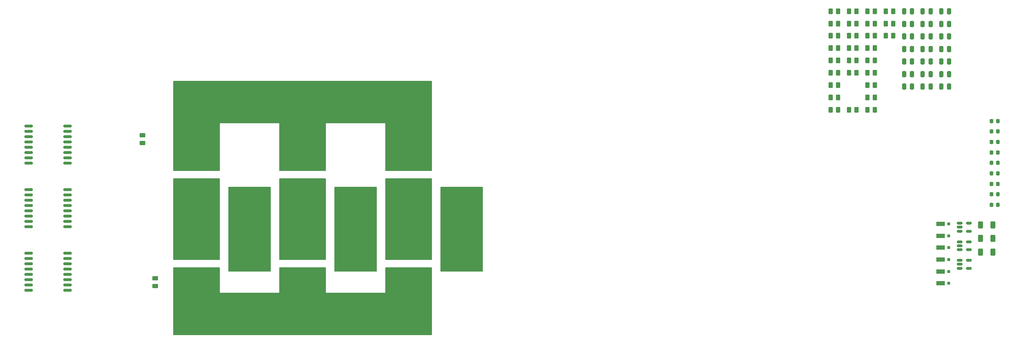
<source format=gbr>
%TF.GenerationSoftware,KiCad,Pcbnew,(7.0.0-0)*%
%TF.CreationDate,2023-06-28T09:11:26-07:00*%
%TF.ProjectId,Power Stage,506f7765-7220-4537-9461-67652e6b6963,rev?*%
%TF.SameCoordinates,Original*%
%TF.FileFunction,Copper,L1,Top*%
%TF.FilePolarity,Positive*%
%FSLAX46Y46*%
G04 Gerber Fmt 4.6, Leading zero omitted, Abs format (unit mm)*
G04 Created by KiCad (PCBNEW (7.0.0-0)) date 2023-06-28 09:11:26*
%MOMM*%
%LPD*%
G01*
G04 APERTURE LIST*
G04 Aperture macros list*
%AMRoundRect*
0 Rectangle with rounded corners*
0 $1 Rounding radius*
0 $2 $3 $4 $5 $6 $7 $8 $9 X,Y pos of 4 corners*
0 Add a 4 corners polygon primitive as box body*
4,1,4,$2,$3,$4,$5,$6,$7,$8,$9,$2,$3,0*
0 Add four circle primitives for the rounded corners*
1,1,$1+$1,$2,$3*
1,1,$1+$1,$4,$5*
1,1,$1+$1,$6,$7*
1,1,$1+$1,$8,$9*
0 Add four rect primitives between the rounded corners*
20,1,$1+$1,$2,$3,$4,$5,0*
20,1,$1+$1,$4,$5,$6,$7,0*
20,1,$1+$1,$6,$7,$8,$9,0*
20,1,$1+$1,$8,$9,$2,$3,0*%
%AMFreePoly0*
4,1,13,2.850000,-5.050000,1.450000,-5.050000,1.450000,-4.350000,-1.450000,-4.350000,-1.450000,-4.850000,-5.150000,-4.850000,-5.150000,4.850000,-1.450000,4.850000,-1.450000,4.350000,1.450000,4.350000,1.450000,5.050000,2.850000,5.050000,2.850000,-5.050000,2.850000,-5.050000,$1*%
G04 Aperture macros list end*
%TA.AperFunction,ComponentPad*%
%ADD10C,0.600000*%
%TD*%
%TA.AperFunction,SMDPad,CuDef*%
%ADD11FreePoly0,90.000000*%
%TD*%
%TA.AperFunction,SMDPad,CuDef*%
%ADD12RoundRect,0.150000X-0.512500X-0.150000X0.512500X-0.150000X0.512500X0.150000X-0.512500X0.150000X0*%
%TD*%
%TA.AperFunction,SMDPad,CuDef*%
%ADD13RoundRect,0.150000X-0.875000X-0.150000X0.875000X-0.150000X0.875000X0.150000X-0.875000X0.150000X0*%
%TD*%
%TA.AperFunction,SMDPad,CuDef*%
%ADD14RoundRect,0.250000X-0.262500X-0.450000X0.262500X-0.450000X0.262500X0.450000X-0.262500X0.450000X0*%
%TD*%
%TA.AperFunction,SMDPad,CuDef*%
%ADD15RoundRect,0.250000X-0.450000X0.262500X-0.450000X-0.262500X0.450000X-0.262500X0.450000X0.262500X0*%
%TD*%
%TA.AperFunction,SMDPad,CuDef*%
%ADD16RoundRect,0.250000X-0.312500X-0.625000X0.312500X-0.625000X0.312500X0.625000X-0.312500X0.625000X0*%
%TD*%
%TA.AperFunction,SMDPad,CuDef*%
%ADD17R,2.000000X1.100000*%
%TD*%
%TA.AperFunction,SMDPad,CuDef*%
%ADD18R,0.800000X0.800000*%
%TD*%
%TA.AperFunction,SMDPad,CuDef*%
%ADD19RoundRect,0.250000X-0.250000X-0.475000X0.250000X-0.475000X0.250000X0.475000X-0.250000X0.475000X0*%
%TD*%
%TA.AperFunction,SMDPad,CuDef*%
%ADD20RoundRect,0.225000X-0.225000X-0.250000X0.225000X-0.250000X0.225000X0.250000X-0.225000X0.250000X0*%
%TD*%
%TA.AperFunction,ViaPad*%
%ADD21C,0.762000*%
%TD*%
G04 APERTURE END LIST*
D10*
%TO.P,Q6,3,D*%
%TO.N,Net-(Q5-S)*%
X229800000Y-106960000D03*
X225000000Y-108160000D03*
X226200000Y-108160000D03*
X229800000Y-109360000D03*
X228600000Y-111760000D03*
X226200000Y-111760000D03*
X231000000Y-108160000D03*
X225000000Y-110560000D03*
X227400000Y-110560000D03*
X228600000Y-106960000D03*
X226200000Y-109360000D03*
X232200000Y-108160000D03*
X231000000Y-112960000D03*
X226200000Y-106960000D03*
X229800000Y-112960000D03*
X226200000Y-112960000D03*
X231000000Y-110560000D03*
X229800000Y-110560000D03*
X231000000Y-106960000D03*
X231000000Y-109360000D03*
X232200000Y-110560000D03*
X229800000Y-108160000D03*
X228600000Y-112960000D03*
X227400000Y-106960000D03*
X225000000Y-112960000D03*
X229800000Y-111760000D03*
D11*
X228600000Y-108490000D03*
D10*
X225000000Y-109360000D03*
X231000000Y-111760000D03*
X232200000Y-106960000D03*
X226200000Y-110560000D03*
X227400000Y-109360000D03*
X225000000Y-106960000D03*
X227400000Y-112960000D03*
X228600000Y-108160000D03*
X227400000Y-108160000D03*
X232200000Y-111760000D03*
X227400000Y-111760000D03*
X228600000Y-110560000D03*
X232200000Y-112960000D03*
X228600000Y-109360000D03*
X225000000Y-111760000D03*
X232200000Y-109360000D03*
%TD*%
%TO.P,Q5,3,D*%
%TO.N,VS*%
X229800000Y-85668000D03*
X225000000Y-86868000D03*
X226200000Y-86868000D03*
X229800000Y-88068000D03*
X228600000Y-90468000D03*
X226200000Y-90468000D03*
X231000000Y-86868000D03*
X225000000Y-89268000D03*
X227400000Y-89268000D03*
X228600000Y-85668000D03*
X226200000Y-88068000D03*
X232200000Y-86868000D03*
X231000000Y-91668000D03*
X226200000Y-85668000D03*
X229800000Y-91668000D03*
X226200000Y-91668000D03*
X231000000Y-89268000D03*
X229800000Y-89268000D03*
X231000000Y-85668000D03*
X231000000Y-88068000D03*
X232200000Y-89268000D03*
X229800000Y-86868000D03*
X228600000Y-91668000D03*
X227400000Y-85668000D03*
X225000000Y-91668000D03*
X229800000Y-90468000D03*
D11*
X228600000Y-87198000D03*
D10*
X225000000Y-88068000D03*
X231000000Y-90468000D03*
X232200000Y-85668000D03*
X226200000Y-89268000D03*
X227400000Y-88068000D03*
X225000000Y-85668000D03*
X227400000Y-91668000D03*
X228600000Y-86868000D03*
X227400000Y-86868000D03*
X232200000Y-90468000D03*
X227400000Y-90468000D03*
X228600000Y-89268000D03*
X232200000Y-91668000D03*
X228600000Y-88068000D03*
X225000000Y-90468000D03*
X232200000Y-88068000D03*
%TD*%
%TO.P,Q4,3,D*%
%TO.N,Net-(Q3-S)*%
X204400000Y-106960000D03*
X199600000Y-108160000D03*
X200800000Y-108160000D03*
X204400000Y-109360000D03*
X203200000Y-111760000D03*
X200800000Y-111760000D03*
X205600000Y-108160000D03*
X199600000Y-110560000D03*
X202000000Y-110560000D03*
X203200000Y-106960000D03*
X200800000Y-109360000D03*
X206800000Y-108160000D03*
X205600000Y-112960000D03*
X200800000Y-106960000D03*
X204400000Y-112960000D03*
X200800000Y-112960000D03*
X205600000Y-110560000D03*
X204400000Y-110560000D03*
X205600000Y-106960000D03*
X205600000Y-109360000D03*
X206800000Y-110560000D03*
X204400000Y-108160000D03*
X203200000Y-112960000D03*
X202000000Y-106960000D03*
X199600000Y-112960000D03*
X204400000Y-111760000D03*
D11*
X203200000Y-108490000D03*
D10*
X199600000Y-109360000D03*
X205600000Y-111760000D03*
X206800000Y-106960000D03*
X200800000Y-110560000D03*
X202000000Y-109360000D03*
X199600000Y-106960000D03*
X202000000Y-112960000D03*
X203200000Y-108160000D03*
X202000000Y-108160000D03*
X206800000Y-111760000D03*
X202000000Y-111760000D03*
X203200000Y-110560000D03*
X206800000Y-112960000D03*
X203200000Y-109360000D03*
X199600000Y-111760000D03*
X206800000Y-109360000D03*
%TD*%
%TO.P,Q3,3,D*%
%TO.N,VS*%
X204400000Y-85668000D03*
X199600000Y-86868000D03*
X200800000Y-86868000D03*
X204400000Y-88068000D03*
X203200000Y-90468000D03*
X200800000Y-90468000D03*
X205600000Y-86868000D03*
X199600000Y-89268000D03*
X202000000Y-89268000D03*
X203200000Y-85668000D03*
X200800000Y-88068000D03*
X206800000Y-86868000D03*
X205600000Y-91668000D03*
X200800000Y-85668000D03*
X204400000Y-91668000D03*
X200800000Y-91668000D03*
X205600000Y-89268000D03*
X204400000Y-89268000D03*
X205600000Y-85668000D03*
X205600000Y-88068000D03*
X206800000Y-89268000D03*
X204400000Y-86868000D03*
X203200000Y-91668000D03*
X202000000Y-85668000D03*
X199600000Y-91668000D03*
X204400000Y-90468000D03*
D11*
X203200000Y-87198000D03*
D10*
X199600000Y-88068000D03*
X205600000Y-90468000D03*
X206800000Y-85668000D03*
X200800000Y-89268000D03*
X202000000Y-88068000D03*
X199600000Y-85668000D03*
X202000000Y-91668000D03*
X203200000Y-86868000D03*
X202000000Y-86868000D03*
X206800000Y-90468000D03*
X202000000Y-90468000D03*
X203200000Y-89268000D03*
X206800000Y-91668000D03*
X203200000Y-88068000D03*
X199600000Y-90468000D03*
X206800000Y-88068000D03*
%TD*%
%TO.P,Q2,3,D*%
%TO.N,Net-(Q1-S)*%
X179000000Y-106960000D03*
X174200000Y-108160000D03*
X175400000Y-108160000D03*
X179000000Y-109360000D03*
X177800000Y-111760000D03*
X175400000Y-111760000D03*
X180200000Y-108160000D03*
X174200000Y-110560000D03*
X176600000Y-110560000D03*
X177800000Y-106960000D03*
X175400000Y-109360000D03*
X181400000Y-108160000D03*
X180200000Y-112960000D03*
X175400000Y-106960000D03*
X179000000Y-112960000D03*
X175400000Y-112960000D03*
X180200000Y-110560000D03*
X179000000Y-110560000D03*
X180200000Y-106960000D03*
X180200000Y-109360000D03*
X181400000Y-110560000D03*
X179000000Y-108160000D03*
X177800000Y-112960000D03*
X176600000Y-106960000D03*
X174200000Y-112960000D03*
X179000000Y-111760000D03*
D11*
X177800000Y-108490000D03*
D10*
X174200000Y-109360000D03*
X180200000Y-111760000D03*
X181400000Y-106960000D03*
X175400000Y-110560000D03*
X176600000Y-109360000D03*
X174200000Y-106960000D03*
X176600000Y-112960000D03*
X177800000Y-108160000D03*
X176600000Y-108160000D03*
X181400000Y-111760000D03*
X176600000Y-111760000D03*
X177800000Y-110560000D03*
X181400000Y-112960000D03*
X177800000Y-109360000D03*
X174200000Y-111760000D03*
X181400000Y-109360000D03*
%TD*%
%TO.P,Q1,3,D*%
%TO.N,VS*%
X179000000Y-85668000D03*
X174200000Y-86868000D03*
X175400000Y-86868000D03*
X179000000Y-88068000D03*
X177800000Y-90468000D03*
X175400000Y-90468000D03*
X180200000Y-86868000D03*
X174200000Y-89268000D03*
X176600000Y-89268000D03*
X177800000Y-85668000D03*
X175400000Y-88068000D03*
X181400000Y-86868000D03*
X180200000Y-91668000D03*
X175400000Y-85668000D03*
X179000000Y-91668000D03*
X175400000Y-91668000D03*
X180200000Y-89268000D03*
X179000000Y-89268000D03*
X180200000Y-85668000D03*
X180200000Y-88068000D03*
X181400000Y-89268000D03*
X179000000Y-86868000D03*
X177800000Y-91668000D03*
X176600000Y-85668000D03*
X174200000Y-91668000D03*
X179000000Y-90468000D03*
D11*
X177800000Y-87198000D03*
D10*
X174200000Y-88068000D03*
X180200000Y-90468000D03*
X181400000Y-85668000D03*
X175400000Y-89268000D03*
X176600000Y-88068000D03*
X174200000Y-85668000D03*
X176600000Y-91668000D03*
X177800000Y-86868000D03*
X176600000Y-86868000D03*
X181400000Y-90468000D03*
X176600000Y-90468000D03*
X177800000Y-89268000D03*
X181400000Y-91668000D03*
X177800000Y-88068000D03*
X174200000Y-90468000D03*
X181400000Y-88068000D03*
%TD*%
D12*
%TO.P,U6,1*%
%TO.N,unconnected-(U6-Pad1)*%
X360556500Y-114132000D03*
%TO.P,U6,2*%
%TO.N,unconnected-(U6-Pad2)*%
X360556500Y-115082000D03*
%TO.P,U6,3,K*%
%TO.N,Net-(U6-K)*%
X360556500Y-116032000D03*
%TO.P,U6,4,REF*%
%TO.N,Net-(U6-REF)*%
X362831500Y-116032000D03*
%TO.P,U6,5,A*%
%TO.N,Net-(Q5-S)*%
X362831500Y-114132000D03*
%TD*%
%TO.P,U5,1*%
%TO.N,unconnected-(U5-Pad1)*%
X360556500Y-109682000D03*
%TO.P,U5,2*%
%TO.N,unconnected-(U5-Pad2)*%
X360556500Y-110632000D03*
%TO.P,U5,3,K*%
%TO.N,Net-(U5-K)*%
X360556500Y-111582000D03*
%TO.P,U5,4,REF*%
%TO.N,Net-(U5-REF)*%
X362831500Y-111582000D03*
%TO.P,U5,5,A*%
%TO.N,Net-(Q3-S)*%
X362831500Y-109682000D03*
%TD*%
%TO.P,U4,1*%
%TO.N,unconnected-(U4-Pad1)*%
X360556500Y-105232000D03*
%TO.P,U4,2*%
%TO.N,unconnected-(U4-Pad2)*%
X360556500Y-106182000D03*
%TO.P,U4,3,K*%
%TO.N,Net-(U4-K)*%
X360556500Y-107132000D03*
%TO.P,U4,4,REF*%
%TO.N,Net-(U4-REF)*%
X362831500Y-107132000D03*
%TO.P,U4,5,A*%
%TO.N,Net-(Q1-S)*%
X362831500Y-105232000D03*
%TD*%
D13*
%TO.P,U3,1,INA*%
%TO.N,Net-(U3-INA)*%
X137590000Y-112395000D03*
%TO.P,U3,2,INB*%
%TO.N,Net-(U3-INB)*%
X137590000Y-113665000D03*
%TO.P,U3,3,VCCI*%
%TO.N,VDD*%
X137590000Y-114935000D03*
%TO.P,U3,4,GND*%
%TO.N,GND*%
X137590000Y-116205000D03*
%TO.P,U3,5,DIS*%
%TO.N,Net-(U3-DIS)*%
X137590000Y-117475000D03*
%TO.P,U3,6,DT*%
%TO.N,VDD*%
X137590000Y-118745000D03*
%TO.P,U3,7,NC*%
%TO.N,unconnected-(U3-NC-Pad7)*%
X137590000Y-120015000D03*
%TO.P,U3,8,VCCI*%
%TO.N,VDD*%
X137590000Y-121285000D03*
%TO.P,U3,9,VSSB*%
%TO.N,GND*%
X146890000Y-121285000D03*
%TO.P,U3,10,OUTB*%
%TO.N,Net-(U3-OUTB)*%
X146890000Y-120015000D03*
%TO.P,U3,11,VDDB*%
%TO.N,Net-(D3-A)*%
X146890000Y-118745000D03*
%TO.P,U3,12,NC*%
%TO.N,unconnected-(U3-NC-Pad12)*%
X146890000Y-117475000D03*
%TO.P,U3,13,NC*%
%TO.N,unconnected-(U3-NC-Pad13)*%
X146890000Y-116205000D03*
%TO.P,U3,14,VSSA*%
%TO.N,Net-(Q5-S)*%
X146890000Y-114935000D03*
%TO.P,U3,15,OUTA*%
%TO.N,Net-(U3-OUTA)*%
X146890000Y-113665000D03*
%TO.P,U3,16,VDDA*%
%TO.N,Net-(D3-K)*%
X146890000Y-112395000D03*
%TD*%
%TO.P,U2,16,VDDA*%
%TO.N,Net-(D2-K)*%
X146890000Y-97155000D03*
%TO.P,U2,15,OUTA*%
%TO.N,Net-(U2-OUTA)*%
X146890000Y-98425000D03*
%TO.P,U2,14,VSSA*%
%TO.N,Net-(Q3-S)*%
X146890000Y-99695000D03*
%TO.P,U2,13,NC*%
%TO.N,unconnected-(U2-NC-Pad13)*%
X146890000Y-100965000D03*
%TO.P,U2,12,NC*%
%TO.N,unconnected-(U2-NC-Pad12)*%
X146890000Y-102235000D03*
%TO.P,U2,11,VDDB*%
%TO.N,Net-(D2-A)*%
X146890000Y-103505000D03*
%TO.P,U2,10,OUTB*%
%TO.N,Net-(U2-OUTB)*%
X146890000Y-104775000D03*
%TO.P,U2,9,VSSB*%
%TO.N,GND*%
X146890000Y-106045000D03*
%TO.P,U2,8,VCCI*%
%TO.N,VDD*%
X137590000Y-106045000D03*
%TO.P,U2,7,NC*%
%TO.N,unconnected-(U2-NC-Pad7)*%
X137590000Y-104775000D03*
%TO.P,U2,6,DT*%
%TO.N,VDD*%
X137590000Y-103505000D03*
%TO.P,U2,5,DIS*%
%TO.N,Net-(U2-DIS)*%
X137590000Y-102235000D03*
%TO.P,U2,4,GND*%
%TO.N,GND*%
X137590000Y-100965000D03*
%TO.P,U2,3,VCCI*%
%TO.N,VDD*%
X137590000Y-99695000D03*
%TO.P,U2,2,INB*%
%TO.N,Net-(U2-INB)*%
X137590000Y-98425000D03*
%TO.P,U2,1,INA*%
%TO.N,Net-(U2-INA)*%
X137590000Y-97155000D03*
%TD*%
%TO.P,U1,16,VDDA*%
%TO.N,Net-(D1-K)*%
X146890000Y-81915000D03*
%TO.P,U1,15,OUTA*%
%TO.N,Net-(U1-OUTA)*%
X146890000Y-83185000D03*
%TO.P,U1,14,VSSA*%
%TO.N,Net-(Q1-S)*%
X146890000Y-84455000D03*
%TO.P,U1,13,NC*%
%TO.N,unconnected-(U1-NC-Pad13)*%
X146890000Y-85725000D03*
%TO.P,U1,12,NC*%
%TO.N,unconnected-(U1-NC-Pad12)*%
X146890000Y-86995000D03*
%TO.P,U1,11,VDDB*%
%TO.N,Net-(D1-A)*%
X146890000Y-88265000D03*
%TO.P,U1,10,OUTB*%
%TO.N,Net-(U1-OUTB)*%
X146890000Y-89535000D03*
%TO.P,U1,9,VSSB*%
%TO.N,GND*%
X146890000Y-90805000D03*
%TO.P,U1,8,VCCI*%
%TO.N,VDD*%
X137590000Y-90805000D03*
%TO.P,U1,7,NC*%
%TO.N,unconnected-(U1-NC-Pad7)*%
X137590000Y-89535000D03*
%TO.P,U1,6,DT*%
%TO.N,VDD*%
X137590000Y-88265000D03*
%TO.P,U1,5,DIS*%
%TO.N,Net-(U1-DIS)*%
X137590000Y-86995000D03*
%TO.P,U1,4,GND*%
%TO.N,GND*%
X137590000Y-85725000D03*
%TO.P,U1,3,VCCI*%
%TO.N,VDD*%
X137590000Y-84455000D03*
%TO.P,U1,2,INB*%
%TO.N,Net-(U1-INB)*%
X137590000Y-83185000D03*
%TO.P,U1,1,INA*%
%TO.N,Net-(U1-INA)*%
X137590000Y-81915000D03*
%TD*%
D14*
%TO.P,R33,1*%
%TO.N,Net-(U6-REF)*%
X342891500Y-60302000D03*
%TO.P,R33,2*%
%TO.N,Net-(Q5-S)*%
X344716500Y-60302000D03*
%TD*%
%TO.P,R32,1*%
%TO.N,Net-(U6-K)*%
X342891500Y-57352000D03*
%TO.P,R32,2*%
%TO.N,Net-(U6-REF)*%
X344716500Y-57352000D03*
%TD*%
%TO.P,R31,1*%
%TO.N,Net-(U5-REF)*%
X342891500Y-54402000D03*
%TO.P,R31,2*%
%TO.N,Net-(Q3-S)*%
X344716500Y-54402000D03*
%TD*%
%TO.P,R30,1*%
%TO.N,Net-(U5-K)*%
X338481500Y-78002000D03*
%TO.P,R30,2*%
%TO.N,Net-(U5-REF)*%
X340306500Y-78002000D03*
%TD*%
%TO.P,R29,1*%
%TO.N,Net-(U4-REF)*%
X338481500Y-75052000D03*
%TO.P,R29,2*%
%TO.N,Net-(Q1-S)*%
X340306500Y-75052000D03*
%TD*%
%TO.P,R28,1*%
%TO.N,Net-(U4-K)*%
X338481500Y-72102000D03*
%TO.P,R28,2*%
%TO.N,Net-(U4-REF)*%
X340306500Y-72102000D03*
%TD*%
%TO.P,R27,1*%
%TO.N,Net-(D6-K)*%
X338481500Y-69152000D03*
%TO.P,R27,2*%
%TO.N,Net-(U6-K)*%
X340306500Y-69152000D03*
%TD*%
%TO.P,R26,1*%
%TO.N,Net-(D5-K)*%
X338481500Y-66202000D03*
%TO.P,R26,2*%
%TO.N,Net-(U5-K)*%
X340306500Y-66202000D03*
%TD*%
%TO.P,R25,1*%
%TO.N,Net-(D4-K)*%
X338481500Y-63252000D03*
%TO.P,R25,2*%
%TO.N,Net-(U4-K)*%
X340306500Y-63252000D03*
%TD*%
%TO.P,R24,1*%
%TO.N,Net-(Q6-G)*%
X338481500Y-60302000D03*
%TO.P,R24,2*%
%TO.N,GND*%
X340306500Y-60302000D03*
%TD*%
%TO.P,R23,1*%
%TO.N,Net-(Q5-G)*%
X338481500Y-57352000D03*
%TO.P,R23,2*%
%TO.N,Net-(Q5-S)*%
X340306500Y-57352000D03*
%TD*%
%TO.P,R22,1*%
%TO.N,Net-(Q4-G)*%
X338481500Y-54402000D03*
%TO.P,R22,2*%
%TO.N,GND*%
X340306500Y-54402000D03*
%TD*%
%TO.P,R21,1*%
%TO.N,Net-(Q3-G)*%
X334071500Y-78002000D03*
%TO.P,R21,2*%
%TO.N,Net-(Q3-S)*%
X335896500Y-78002000D03*
%TD*%
D15*
%TO.P,R20,1*%
%TO.N,Net-(Q2-G)*%
X167894000Y-118467500D03*
%TO.P,R20,2*%
%TO.N,GND*%
X167894000Y-120292500D03*
%TD*%
%TO.P,R19,1*%
%TO.N,Net-(Q1-G)*%
X164846000Y-84177500D03*
%TO.P,R19,2*%
%TO.N,Net-(Q1-S)*%
X164846000Y-86002500D03*
%TD*%
D14*
%TO.P,R18,1*%
%TO.N,Net-(U3-OUTB)*%
X334071500Y-69152000D03*
%TO.P,R18,2*%
%TO.N,Net-(Q6-G)*%
X335896500Y-69152000D03*
%TD*%
%TO.P,R17,1*%
%TO.N,Net-(U3-OUTA)*%
X334071500Y-66202000D03*
%TO.P,R17,2*%
%TO.N,Net-(Q5-G)*%
X335896500Y-66202000D03*
%TD*%
%TO.P,R16,1*%
%TO.N,Net-(U2-OUTB)*%
X334071500Y-63252000D03*
%TO.P,R16,2*%
%TO.N,Net-(Q4-G)*%
X335896500Y-63252000D03*
%TD*%
%TO.P,R15,1*%
%TO.N,Net-(U2-OUTA)*%
X334071500Y-60302000D03*
%TO.P,R15,2*%
%TO.N,Net-(Q3-G)*%
X335896500Y-60302000D03*
%TD*%
%TO.P,R14,1*%
%TO.N,Net-(U1-OUTB)*%
X334071500Y-57352000D03*
%TO.P,R14,2*%
%TO.N,Net-(Q2-G)*%
X335896500Y-57352000D03*
%TD*%
%TO.P,R13,1*%
%TO.N,Net-(U1-OUTA)*%
X334071500Y-54402000D03*
%TO.P,R13,2*%
%TO.N,Net-(Q1-G)*%
X335896500Y-54402000D03*
%TD*%
D16*
%TO.P,R12,1*%
%TO.N,Net-(D3-A)*%
X365611500Y-112182000D03*
%TO.P,R12,2*%
%TO.N,Vdrive*%
X368536500Y-112182000D03*
%TD*%
%TO.P,R11,1*%
%TO.N,Net-(D2-A)*%
X365611500Y-108892000D03*
%TO.P,R11,2*%
%TO.N,Vdrive*%
X368536500Y-108892000D03*
%TD*%
%TO.P,R10,1*%
%TO.N,Net-(D1-A)*%
X365611500Y-105602000D03*
%TO.P,R10,2*%
%TO.N,Vdrive*%
X368536500Y-105602000D03*
%TD*%
D14*
%TO.P,R9,1*%
%TO.N,/~{ENABLE}*%
X329661500Y-78002000D03*
%TO.P,R9,2*%
%TO.N,Net-(U3-DIS)*%
X331486500Y-78002000D03*
%TD*%
%TO.P,R8,1*%
%TO.N,/WL*%
X329661500Y-75052000D03*
%TO.P,R8,2*%
%TO.N,Net-(U3-INB)*%
X331486500Y-75052000D03*
%TD*%
%TO.P,R7,1*%
%TO.N,/WH*%
X329661500Y-72102000D03*
%TO.P,R7,2*%
%TO.N,Net-(U3-INA)*%
X331486500Y-72102000D03*
%TD*%
%TO.P,R6,1*%
%TO.N,/~{ENABLE}*%
X329661500Y-69152000D03*
%TO.P,R6,2*%
%TO.N,Net-(U2-DIS)*%
X331486500Y-69152000D03*
%TD*%
%TO.P,R5,1*%
%TO.N,/VL*%
X329661500Y-66202000D03*
%TO.P,R5,2*%
%TO.N,Net-(U2-INB)*%
X331486500Y-66202000D03*
%TD*%
%TO.P,R4,1*%
%TO.N,/VH*%
X329661500Y-63252000D03*
%TO.P,R4,2*%
%TO.N,Net-(U2-INA)*%
X331486500Y-63252000D03*
%TD*%
%TO.P,R3,1*%
%TO.N,/~{ENABLE}*%
X329661500Y-60302000D03*
%TO.P,R3,2*%
%TO.N,Net-(U1-DIS)*%
X331486500Y-60302000D03*
%TD*%
%TO.P,R2,1*%
%TO.N,/UL*%
X329661500Y-57352000D03*
%TO.P,R2,2*%
%TO.N,Net-(U1-INB)*%
X331486500Y-57352000D03*
%TD*%
%TO.P,R1,1*%
%TO.N,/UH*%
X329661500Y-54402000D03*
%TO.P,R1,2*%
%TO.N,Net-(U1-INA)*%
X331486500Y-54402000D03*
%TD*%
D17*
%TO.P,D6,1,K*%
%TO.N,Net-(D6-K)*%
X356048999Y-119631999D03*
D18*
%TO.P,D6,2,A*%
%TO.N,Net-(D3-A)*%
X357948999Y-119631999D03*
%TD*%
D17*
%TO.P,D5,1,K*%
%TO.N,Net-(D5-K)*%
X356048999Y-116781999D03*
D18*
%TO.P,D5,2,A*%
%TO.N,Net-(D2-A)*%
X357948999Y-116781999D03*
%TD*%
D17*
%TO.P,D4,1,K*%
%TO.N,Net-(D4-K)*%
X356048999Y-113931999D03*
D18*
%TO.P,D4,2,A*%
%TO.N,Net-(D1-A)*%
X357948999Y-113931999D03*
%TD*%
D17*
%TO.P,D3,1,K*%
%TO.N,Net-(D3-K)*%
X356048999Y-111081999D03*
D18*
%TO.P,D3,2,A*%
%TO.N,Net-(D3-A)*%
X357948999Y-111081999D03*
%TD*%
D17*
%TO.P,D2,1,K*%
%TO.N,Net-(D2-K)*%
X356048999Y-108231999D03*
D18*
%TO.P,D2,2,A*%
%TO.N,Net-(D2-A)*%
X357948999Y-108231999D03*
%TD*%
D17*
%TO.P,D1,1,K*%
%TO.N,Net-(D1-K)*%
X356048999Y-105381999D03*
D18*
%TO.P,D1,2,A*%
%TO.N,Net-(D1-A)*%
X357948999Y-105381999D03*
%TD*%
D19*
%TO.P,C30,1*%
%TO.N,Net-(D6-K)*%
X356184000Y-72492000D03*
%TO.P,C30,2*%
%TO.N,Net-(Q5-S)*%
X358084000Y-72492000D03*
%TD*%
%TO.P,C29,1*%
%TO.N,Net-(D5-K)*%
X356184000Y-69482000D03*
%TO.P,C29,2*%
%TO.N,Net-(Q3-S)*%
X358084000Y-69482000D03*
%TD*%
%TO.P,C28,1*%
%TO.N,Net-(D4-K)*%
X356184000Y-66472000D03*
%TO.P,C28,2*%
%TO.N,Net-(Q1-S)*%
X358084000Y-66472000D03*
%TD*%
%TO.P,C27,1*%
%TO.N,Net-(D3-K)*%
X356184000Y-63462000D03*
%TO.P,C27,2*%
%TO.N,Net-(Q5-S)*%
X358084000Y-63462000D03*
%TD*%
%TO.P,C26,1*%
%TO.N,Net-(D2-K)*%
X356184000Y-60452000D03*
%TO.P,C26,2*%
%TO.N,Net-(Q3-S)*%
X358084000Y-60452000D03*
%TD*%
%TO.P,C25,1*%
%TO.N,Net-(D1-K)*%
X356184000Y-57442000D03*
%TO.P,C25,2*%
%TO.N,Net-(Q1-S)*%
X358084000Y-57442000D03*
%TD*%
%TO.P,C24,1*%
%TO.N,Net-(D3-K)*%
X356184000Y-54432000D03*
%TO.P,C24,2*%
%TO.N,Net-(Q5-S)*%
X358084000Y-54432000D03*
%TD*%
%TO.P,C23,1*%
%TO.N,Net-(D2-K)*%
X351734000Y-72492000D03*
%TO.P,C23,2*%
%TO.N,Net-(Q3-S)*%
X353634000Y-72492000D03*
%TD*%
%TO.P,C22,1*%
%TO.N,Net-(D1-K)*%
X351734000Y-69482000D03*
%TO.P,C22,2*%
%TO.N,Net-(Q1-S)*%
X353634000Y-69482000D03*
%TD*%
%TO.P,C21,1*%
%TO.N,Net-(D3-A)*%
X351734000Y-66472000D03*
%TO.P,C21,2*%
%TO.N,GND*%
X353634000Y-66472000D03*
%TD*%
%TO.P,C20,1*%
%TO.N,Net-(D2-A)*%
X351734000Y-63462000D03*
%TO.P,C20,2*%
%TO.N,GND*%
X353634000Y-63462000D03*
%TD*%
%TO.P,C19,1*%
%TO.N,Net-(D1-A)*%
X351734000Y-60452000D03*
%TO.P,C19,2*%
%TO.N,GND*%
X353634000Y-60452000D03*
%TD*%
%TO.P,C18,1*%
%TO.N,Net-(D3-A)*%
X351734000Y-57442000D03*
%TO.P,C18,2*%
%TO.N,GND*%
X353634000Y-57442000D03*
%TD*%
%TO.P,C17,1*%
%TO.N,Net-(D2-A)*%
X351734000Y-54432000D03*
%TO.P,C17,2*%
%TO.N,GND*%
X353634000Y-54432000D03*
%TD*%
%TO.P,C16,1*%
%TO.N,Net-(D1-A)*%
X347284000Y-72492000D03*
%TO.P,C16,2*%
%TO.N,GND*%
X349184000Y-72492000D03*
%TD*%
D20*
%TO.P,C15,1*%
%TO.N,Net-(U3-DIS)*%
X368189000Y-100812000D03*
%TO.P,C15,2*%
%TO.N,GND*%
X369739000Y-100812000D03*
%TD*%
%TO.P,C14,1*%
%TO.N,Net-(U2-DIS)*%
X368189000Y-98302000D03*
%TO.P,C14,2*%
%TO.N,GND*%
X369739000Y-98302000D03*
%TD*%
%TO.P,C13,1*%
%TO.N,Net-(U1-DIS)*%
X368189000Y-95792000D03*
%TO.P,C13,2*%
%TO.N,GND*%
X369739000Y-95792000D03*
%TD*%
D19*
%TO.P,C12,1*%
%TO.N,VDD*%
X347284000Y-69482000D03*
%TO.P,C12,2*%
%TO.N,GND*%
X349184000Y-69482000D03*
%TD*%
%TO.P,C11,1*%
%TO.N,VDD*%
X347284000Y-66472000D03*
%TO.P,C11,2*%
%TO.N,GND*%
X349184000Y-66472000D03*
%TD*%
%TO.P,C10,1*%
%TO.N,VDD*%
X347284000Y-63462000D03*
%TO.P,C10,2*%
%TO.N,GND*%
X349184000Y-63462000D03*
%TD*%
D20*
%TO.P,C9,1*%
%TO.N,Net-(U3-INB)*%
X368189000Y-93282000D03*
%TO.P,C9,2*%
%TO.N,GND*%
X369739000Y-93282000D03*
%TD*%
%TO.P,C8,1*%
%TO.N,Net-(U2-INB)*%
X368189000Y-90772000D03*
%TO.P,C8,2*%
%TO.N,GND*%
X369739000Y-90772000D03*
%TD*%
%TO.P,C7,1*%
%TO.N,Net-(U1-INB)*%
X368189000Y-88262000D03*
%TO.P,C7,2*%
%TO.N,GND*%
X369739000Y-88262000D03*
%TD*%
D19*
%TO.P,C6,1*%
%TO.N,VDD*%
X347284000Y-60452000D03*
%TO.P,C6,2*%
%TO.N,GND*%
X349184000Y-60452000D03*
%TD*%
%TO.P,C5,1*%
%TO.N,VDD*%
X347284000Y-57442000D03*
%TO.P,C5,2*%
%TO.N,GND*%
X349184000Y-57442000D03*
%TD*%
%TO.P,C4,1*%
%TO.N,VDD*%
X347284000Y-54432000D03*
%TO.P,C4,2*%
%TO.N,GND*%
X349184000Y-54432000D03*
%TD*%
D20*
%TO.P,C3,1*%
%TO.N,Net-(U3-INA)*%
X368189000Y-85752000D03*
%TO.P,C3,2*%
%TO.N,GND*%
X369739000Y-85752000D03*
%TD*%
%TO.P,C2,1*%
%TO.N,Net-(U2-INA)*%
X368189000Y-83242000D03*
%TO.P,C2,2*%
%TO.N,GND*%
X369739000Y-83242000D03*
%TD*%
%TO.P,C1,1*%
%TO.N,Net-(U1-INA)*%
X368189000Y-80732000D03*
%TO.P,C1,2*%
%TO.N,GND*%
X369739000Y-80732000D03*
%TD*%
D21*
%TO.N,Net-(Q1-S)*%
X177800000Y-99060000D03*
X180340000Y-101600000D03*
X177800000Y-101600000D03*
X175260000Y-99060000D03*
X180340000Y-99060000D03*
X175260000Y-101600000D03*
%TO.N,Net-(Q3-S)*%
X203200000Y-104140000D03*
X205740000Y-104140000D03*
X205740000Y-101600000D03*
X200660000Y-104140000D03*
X200660000Y-101600000D03*
X203200000Y-101600000D03*
%TO.N,Net-(Q5-S)*%
X226060000Y-101600000D03*
X226060000Y-104140000D03*
X231140000Y-101600000D03*
X231140000Y-104140000D03*
X228600000Y-104140000D03*
X228600000Y-101600000D03*
%TO.N,/W_OUT*%
X238760000Y-99060000D03*
X238760000Y-101600000D03*
%TO.N,/V_OUT*%
X213360000Y-99060000D03*
X213360000Y-101600000D03*
%TO.N,/U_OUT*%
X187960000Y-99060000D03*
X187960000Y-101600000D03*
%TO.N,VS*%
X187960000Y-78486000D03*
X175260000Y-73406000D03*
X228600000Y-75946000D03*
X185420000Y-78486000D03*
X180340000Y-75946000D03*
X187960000Y-73406000D03*
X185420000Y-73406000D03*
X228600000Y-73406000D03*
X231140000Y-73406000D03*
X231140000Y-78486000D03*
X231140000Y-75946000D03*
X228600000Y-78486000D03*
X193040000Y-75946000D03*
X198120000Y-75946000D03*
X190500000Y-75946000D03*
X180340000Y-78486000D03*
X195580000Y-78486000D03*
X193040000Y-73406000D03*
X193040000Y-78486000D03*
X177800000Y-73406000D03*
X177800000Y-78486000D03*
X177800000Y-75946000D03*
X198120000Y-78486000D03*
X180340000Y-73406000D03*
X195580000Y-73406000D03*
X190500000Y-78486000D03*
X223520000Y-73406000D03*
X190500000Y-73406000D03*
X175260000Y-78486000D03*
X220980000Y-78486000D03*
X220980000Y-73406000D03*
X223520000Y-78486000D03*
X220980000Y-75946000D03*
X218440000Y-75946000D03*
X208280000Y-73406000D03*
X205740000Y-73406000D03*
X210820000Y-75946000D03*
X218440000Y-78486000D03*
X215900000Y-73406000D03*
X210820000Y-73406000D03*
X210820000Y-78486000D03*
X208280000Y-75946000D03*
X208280000Y-78486000D03*
X205740000Y-75946000D03*
X213360000Y-73406000D03*
X205740000Y-78486000D03*
X215900000Y-75946000D03*
X215900000Y-78486000D03*
X218440000Y-73406000D03*
X213360000Y-78486000D03*
X213360000Y-75946000D03*
X226060000Y-75946000D03*
X175260000Y-75946000D03*
X187960000Y-75946000D03*
X182880000Y-75946000D03*
X226060000Y-78486000D03*
X223520000Y-75946000D03*
X198120000Y-73406000D03*
X203200000Y-75946000D03*
X203200000Y-78486000D03*
X200660000Y-73406000D03*
X200660000Y-78486000D03*
X200660000Y-75946000D03*
X203200000Y-73406000D03*
X185420000Y-75946000D03*
X182880000Y-78486000D03*
X182880000Y-73406000D03*
X195580000Y-75946000D03*
X226060000Y-73406000D03*
%TO.N,GND*%
X228600000Y-124460000D03*
X231140000Y-124460000D03*
X231140000Y-129540000D03*
X231140000Y-127000000D03*
X228600000Y-129540000D03*
X228600000Y-127000000D03*
X220980000Y-124460000D03*
X226060000Y-127000000D03*
X226060000Y-129540000D03*
X223520000Y-124460000D03*
X223520000Y-129540000D03*
X223520000Y-127000000D03*
X226060000Y-124460000D03*
X220980000Y-129540000D03*
X220980000Y-127000000D03*
X213360000Y-124460000D03*
X218440000Y-127000000D03*
X218440000Y-129540000D03*
X215900000Y-124460000D03*
X215900000Y-129540000D03*
X215900000Y-127000000D03*
X218440000Y-124460000D03*
X213360000Y-129540000D03*
X213360000Y-127000000D03*
X205740000Y-124460000D03*
X210820000Y-127000000D03*
X210820000Y-129540000D03*
X208280000Y-124460000D03*
X208280000Y-129540000D03*
X208280000Y-127000000D03*
X210820000Y-124460000D03*
X205740000Y-129540000D03*
X205740000Y-127000000D03*
X198120000Y-124460000D03*
X203200000Y-127000000D03*
X203200000Y-129540000D03*
X200660000Y-124460000D03*
X200660000Y-129540000D03*
X200660000Y-127000000D03*
X203200000Y-124460000D03*
X198120000Y-129540000D03*
X198120000Y-127000000D03*
X190500000Y-124460000D03*
X195580000Y-127000000D03*
X195580000Y-129540000D03*
X193040000Y-124460000D03*
X193040000Y-129540000D03*
X193040000Y-127000000D03*
X195580000Y-124460000D03*
X190500000Y-129540000D03*
X190500000Y-127000000D03*
X182880000Y-124460000D03*
X187960000Y-127000000D03*
X187960000Y-129540000D03*
X185420000Y-124460000D03*
X185420000Y-129540000D03*
X185420000Y-127000000D03*
X187960000Y-124460000D03*
X182880000Y-129540000D03*
X182880000Y-127000000D03*
X180340000Y-124460000D03*
X180340000Y-129540000D03*
X180340000Y-127000000D03*
X177800000Y-124460000D03*
X177800000Y-129540000D03*
X177800000Y-127000000D03*
X175260000Y-124460000D03*
X175260000Y-127000000D03*
X175260000Y-129540000D03*
%TO.N,/W_OUT*%
X241300000Y-111760000D03*
X238760000Y-109220000D03*
X241300000Y-109220000D03*
X238760000Y-106680000D03*
X243840000Y-101600000D03*
X243840000Y-106680000D03*
X243840000Y-114300000D03*
X243840000Y-99060000D03*
X238760000Y-111760000D03*
X241300000Y-106680000D03*
X238760000Y-114300000D03*
X243840000Y-109220000D03*
X241300000Y-114300000D03*
X243840000Y-111760000D03*
X241300000Y-99060000D03*
X241300000Y-101600000D03*
%TO.N,/V_OUT*%
X215900000Y-99060000D03*
X213360000Y-109220000D03*
X218440000Y-101600000D03*
X215900000Y-101600000D03*
X215900000Y-114300000D03*
X218440000Y-106680000D03*
X213360000Y-106680000D03*
X218440000Y-111760000D03*
X218440000Y-114300000D03*
X218440000Y-99060000D03*
X215900000Y-111760000D03*
X215900000Y-109220000D03*
X215900000Y-106680000D03*
X213360000Y-114300000D03*
X213360000Y-111760000D03*
X218440000Y-109220000D03*
%TO.N,/U_OUT*%
X193040000Y-99060000D03*
X190500000Y-99060000D03*
X193040000Y-101600000D03*
X190500000Y-101600000D03*
X193040000Y-106680000D03*
X190500000Y-106680000D03*
X187960000Y-106680000D03*
X193040000Y-109220000D03*
X190500000Y-109220000D03*
X187960000Y-109220000D03*
X187960000Y-111760000D03*
X190500000Y-111760000D03*
X193040000Y-111760000D03*
X193040000Y-114300000D03*
X190500000Y-114300000D03*
X187960000Y-114300000D03*
%TD*%
%TA.AperFunction,Conductor*%
%TO.N,Net-(Q5-S)*%
G36*
X234126000Y-94504613D02*
G01*
X234171387Y-94550000D01*
X234188000Y-94612000D01*
X234188000Y-113922000D01*
X234171387Y-113984000D01*
X234126000Y-114029387D01*
X234064000Y-114046000D01*
X223136000Y-114046000D01*
X223074000Y-114029387D01*
X223028613Y-113984000D01*
X223012000Y-113922000D01*
X223012000Y-94612000D01*
X223028613Y-94550000D01*
X223074000Y-94504613D01*
X223136000Y-94488000D01*
X234064000Y-94488000D01*
X234126000Y-94504613D01*
G37*
%TD.AperFunction*%
%TD*%
%TA.AperFunction,Conductor*%
%TO.N,Net-(Q3-S)*%
G36*
X208726000Y-94504613D02*
G01*
X208771387Y-94550000D01*
X208788000Y-94612000D01*
X208788000Y-113922000D01*
X208771387Y-113984000D01*
X208726000Y-114029387D01*
X208664000Y-114046000D01*
X197736000Y-114046000D01*
X197674000Y-114029387D01*
X197628613Y-113984000D01*
X197612000Y-113922000D01*
X197612000Y-94612000D01*
X197628613Y-94550000D01*
X197674000Y-94504613D01*
X197736000Y-94488000D01*
X208664000Y-94488000D01*
X208726000Y-94504613D01*
G37*
%TD.AperFunction*%
%TD*%
%TA.AperFunction,Conductor*%
%TO.N,Net-(Q1-S)*%
G36*
X183326000Y-94504613D02*
G01*
X183371387Y-94550000D01*
X183388000Y-94612000D01*
X183388000Y-113922000D01*
X183371387Y-113984000D01*
X183326000Y-114029387D01*
X183264000Y-114046000D01*
X172336000Y-114046000D01*
X172274000Y-114029387D01*
X172228613Y-113984000D01*
X172212000Y-113922000D01*
X172212000Y-94612000D01*
X172228613Y-94550000D01*
X172274000Y-94504613D01*
X172336000Y-94488000D01*
X183264000Y-94488000D01*
X183326000Y-94504613D01*
G37*
%TD.AperFunction*%
%TD*%
%TA.AperFunction,Conductor*%
%TO.N,/U_OUT*%
G36*
X195518000Y-96536613D02*
G01*
X195563387Y-96582000D01*
X195580000Y-96644000D01*
X195580000Y-116716000D01*
X195563387Y-116778000D01*
X195518000Y-116823387D01*
X195456000Y-116840000D01*
X185544000Y-116840000D01*
X185482000Y-116823387D01*
X185436613Y-116778000D01*
X185420000Y-116716000D01*
X185420000Y-96644000D01*
X185436613Y-96582000D01*
X185482000Y-96536613D01*
X185544000Y-96520000D01*
X195456000Y-96520000D01*
X195518000Y-96536613D01*
G37*
%TD.AperFunction*%
%TD*%
%TA.AperFunction,Conductor*%
%TO.N,/V_OUT*%
G36*
X220918000Y-96536613D02*
G01*
X220963387Y-96582000D01*
X220980000Y-96644000D01*
X220980000Y-116716000D01*
X220963387Y-116778000D01*
X220918000Y-116823387D01*
X220856000Y-116840000D01*
X210944000Y-116840000D01*
X210882000Y-116823387D01*
X210836613Y-116778000D01*
X210820000Y-116716000D01*
X210820000Y-96644000D01*
X210836613Y-96582000D01*
X210882000Y-96536613D01*
X210944000Y-96520000D01*
X220856000Y-96520000D01*
X220918000Y-96536613D01*
G37*
%TD.AperFunction*%
%TD*%
%TA.AperFunction,Conductor*%
%TO.N,/W_OUT*%
G36*
X246317500Y-96536613D02*
G01*
X246362887Y-96582000D01*
X246379500Y-96644000D01*
X246379500Y-116716000D01*
X246362887Y-116778000D01*
X246317500Y-116823387D01*
X246255500Y-116840000D01*
X236344000Y-116840000D01*
X236282000Y-116823387D01*
X236236613Y-116778000D01*
X236220000Y-116716000D01*
X236220000Y-96644000D01*
X236236613Y-96582000D01*
X236282000Y-96536613D01*
X236344000Y-96520000D01*
X246255500Y-96520000D01*
X246317500Y-96536613D01*
G37*
%TD.AperFunction*%
%TD*%
%TA.AperFunction,Conductor*%
%TO.N,GND*%
G36*
X183326000Y-115840613D02*
G01*
X183371387Y-115886000D01*
X183388000Y-115948000D01*
X183388000Y-121920000D01*
X183404326Y-121920000D01*
X197595674Y-121920000D01*
X197612000Y-121920000D01*
X197612000Y-115948000D01*
X197628613Y-115886000D01*
X197674000Y-115840613D01*
X197736000Y-115824000D01*
X208664000Y-115824000D01*
X208726000Y-115840613D01*
X208771387Y-115886000D01*
X208788000Y-115948000D01*
X208788000Y-121920000D01*
X208804326Y-121920000D01*
X222995674Y-121920000D01*
X223012000Y-121920000D01*
X223012000Y-115948000D01*
X223028613Y-115886000D01*
X223074000Y-115840613D01*
X223136000Y-115824000D01*
X234064000Y-115824000D01*
X234126000Y-115840613D01*
X234171387Y-115886000D01*
X234188000Y-115948000D01*
X234188000Y-131955500D01*
X234171387Y-132017500D01*
X234126000Y-132062887D01*
X234064000Y-132079500D01*
X172336000Y-132079500D01*
X172274000Y-132062887D01*
X172228613Y-132017500D01*
X172212000Y-131955500D01*
X172212000Y-115948000D01*
X172228613Y-115886000D01*
X172274000Y-115840613D01*
X172336000Y-115824000D01*
X183264000Y-115824000D01*
X183326000Y-115840613D01*
G37*
%TD.AperFunction*%
%TD*%
%TA.AperFunction,Conductor*%
%TO.N,VS*%
G36*
X234126000Y-71137113D02*
G01*
X234171387Y-71182500D01*
X234188000Y-71244500D01*
X234188000Y-92586000D01*
X234171387Y-92648000D01*
X234126000Y-92693387D01*
X234064000Y-92710000D01*
X223136000Y-92710000D01*
X223074000Y-92693387D01*
X223028613Y-92648000D01*
X223012000Y-92586000D01*
X223012000Y-81296326D01*
X223012000Y-81280000D01*
X222995674Y-81280000D01*
X208804326Y-81280000D01*
X208788000Y-81280000D01*
X208788000Y-81296326D01*
X208788000Y-92586000D01*
X208771387Y-92648000D01*
X208726000Y-92693387D01*
X208664000Y-92710000D01*
X197736000Y-92710000D01*
X197674000Y-92693387D01*
X197628613Y-92648000D01*
X197612000Y-92586000D01*
X197612000Y-81296326D01*
X197612000Y-81280000D01*
X197595674Y-81280000D01*
X183404326Y-81280000D01*
X183388000Y-81280000D01*
X183388000Y-81296326D01*
X183388000Y-92586000D01*
X183371387Y-92648000D01*
X183326000Y-92693387D01*
X183264000Y-92710000D01*
X172336000Y-92710000D01*
X172274000Y-92693387D01*
X172228613Y-92648000D01*
X172212000Y-92586000D01*
X172212000Y-71244500D01*
X172228613Y-71182500D01*
X172274000Y-71137113D01*
X172336000Y-71120500D01*
X234064000Y-71120500D01*
X234126000Y-71137113D01*
G37*
%TD.AperFunction*%
%TD*%
M02*

</source>
